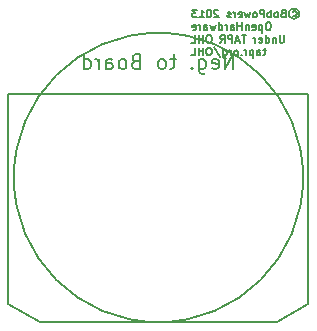
<source format=gbo>
G04 (created by PCBNEW (2013-mar-13)-testing) date Tue 15 Oct 2013 01:29:33 EST*
%MOIN*%
G04 Gerber Fmt 3.4, Leading zero omitted, Abs format*
%FSLAX34Y34*%
G01*
G70*
G90*
G04 APERTURE LIST*
%ADD10C,0.005906*%
%ADD11C,0.006398*%
G04 APERTURE END LIST*
G54D10*
G54D11*
X10443Y17220D02*
X10467Y17233D01*
X10516Y17233D01*
X10540Y17220D01*
X10565Y17196D01*
X10577Y17172D01*
X10577Y17123D01*
X10565Y17099D01*
X10540Y17074D01*
X10516Y17062D01*
X10467Y17062D01*
X10443Y17074D01*
X10491Y17318D02*
X10552Y17306D01*
X10613Y17269D01*
X10650Y17208D01*
X10662Y17147D01*
X10650Y17086D01*
X10613Y17025D01*
X10552Y16989D01*
X10491Y16977D01*
X10431Y16989D01*
X10370Y17025D01*
X10333Y17086D01*
X10321Y17147D01*
X10333Y17208D01*
X10370Y17269D01*
X10431Y17306D01*
X10491Y17318D01*
X10126Y17160D02*
X10089Y17147D01*
X10077Y17135D01*
X10065Y17111D01*
X10065Y17074D01*
X10077Y17050D01*
X10089Y17038D01*
X10114Y17025D01*
X10211Y17025D01*
X10211Y17281D01*
X10126Y17281D01*
X10101Y17269D01*
X10089Y17257D01*
X10077Y17233D01*
X10077Y17208D01*
X10089Y17184D01*
X10101Y17172D01*
X10126Y17160D01*
X10211Y17160D01*
X9919Y17025D02*
X9943Y17038D01*
X9955Y17050D01*
X9967Y17074D01*
X9967Y17147D01*
X9955Y17172D01*
X9943Y17184D01*
X9919Y17196D01*
X9882Y17196D01*
X9858Y17184D01*
X9846Y17172D01*
X9833Y17147D01*
X9833Y17074D01*
X9846Y17050D01*
X9858Y17038D01*
X9882Y17025D01*
X9919Y17025D01*
X9724Y17025D02*
X9724Y17281D01*
X9724Y17184D02*
X9699Y17196D01*
X9651Y17196D01*
X9626Y17184D01*
X9614Y17172D01*
X9602Y17147D01*
X9602Y17074D01*
X9614Y17050D01*
X9626Y17038D01*
X9651Y17025D01*
X9699Y17025D01*
X9724Y17038D01*
X9492Y17025D02*
X9492Y17281D01*
X9395Y17281D01*
X9370Y17269D01*
X9358Y17257D01*
X9346Y17233D01*
X9346Y17196D01*
X9358Y17172D01*
X9370Y17160D01*
X9395Y17147D01*
X9492Y17147D01*
X9200Y17025D02*
X9224Y17038D01*
X9236Y17050D01*
X9248Y17074D01*
X9248Y17147D01*
X9236Y17172D01*
X9224Y17184D01*
X9200Y17196D01*
X9163Y17196D01*
X9139Y17184D01*
X9127Y17172D01*
X9114Y17147D01*
X9114Y17074D01*
X9127Y17050D01*
X9139Y17038D01*
X9163Y17025D01*
X9200Y17025D01*
X9029Y17196D02*
X8980Y17025D01*
X8932Y17147D01*
X8883Y17025D01*
X8834Y17196D01*
X8639Y17038D02*
X8664Y17025D01*
X8712Y17025D01*
X8737Y17038D01*
X8749Y17062D01*
X8749Y17160D01*
X8737Y17184D01*
X8712Y17196D01*
X8664Y17196D01*
X8639Y17184D01*
X8627Y17160D01*
X8627Y17135D01*
X8749Y17111D01*
X8517Y17025D02*
X8517Y17196D01*
X8517Y17147D02*
X8505Y17172D01*
X8493Y17184D01*
X8469Y17196D01*
X8444Y17196D01*
X8371Y17038D02*
X8347Y17025D01*
X8298Y17025D01*
X8274Y17038D01*
X8261Y17062D01*
X8261Y17074D01*
X8274Y17099D01*
X8298Y17111D01*
X8335Y17111D01*
X8359Y17123D01*
X8371Y17147D01*
X8371Y17160D01*
X8359Y17184D01*
X8335Y17196D01*
X8298Y17196D01*
X8274Y17184D01*
X7969Y17257D02*
X7957Y17269D01*
X7932Y17281D01*
X7871Y17281D01*
X7847Y17269D01*
X7835Y17257D01*
X7823Y17233D01*
X7823Y17208D01*
X7835Y17172D01*
X7981Y17025D01*
X7823Y17025D01*
X7664Y17281D02*
X7640Y17281D01*
X7616Y17269D01*
X7603Y17257D01*
X7591Y17233D01*
X7579Y17184D01*
X7579Y17123D01*
X7591Y17074D01*
X7603Y17050D01*
X7616Y17038D01*
X7640Y17025D01*
X7664Y17025D01*
X7689Y17038D01*
X7701Y17050D01*
X7713Y17074D01*
X7725Y17123D01*
X7725Y17184D01*
X7713Y17233D01*
X7701Y17257D01*
X7689Y17269D01*
X7664Y17281D01*
X7335Y17025D02*
X7482Y17025D01*
X7408Y17025D02*
X7408Y17281D01*
X7433Y17245D01*
X7457Y17220D01*
X7482Y17208D01*
X7250Y17281D02*
X7092Y17281D01*
X7177Y17184D01*
X7140Y17184D01*
X7116Y17172D01*
X7104Y17160D01*
X7092Y17135D01*
X7092Y17074D01*
X7104Y17050D01*
X7116Y17038D01*
X7140Y17025D01*
X7213Y17025D01*
X7238Y17038D01*
X7250Y17050D01*
X9651Y16859D02*
X9602Y16859D01*
X9577Y16847D01*
X9553Y16823D01*
X9541Y16774D01*
X9541Y16689D01*
X9553Y16640D01*
X9577Y16615D01*
X9602Y16603D01*
X9651Y16603D01*
X9675Y16615D01*
X9699Y16640D01*
X9712Y16689D01*
X9712Y16774D01*
X9699Y16823D01*
X9675Y16847D01*
X9651Y16859D01*
X9431Y16774D02*
X9431Y16518D01*
X9431Y16762D02*
X9407Y16774D01*
X9358Y16774D01*
X9334Y16762D01*
X9322Y16749D01*
X9309Y16725D01*
X9309Y16652D01*
X9322Y16628D01*
X9334Y16615D01*
X9358Y16603D01*
X9407Y16603D01*
X9431Y16615D01*
X9102Y16615D02*
X9127Y16603D01*
X9175Y16603D01*
X9200Y16615D01*
X9212Y16640D01*
X9212Y16737D01*
X9200Y16762D01*
X9175Y16774D01*
X9127Y16774D01*
X9102Y16762D01*
X9090Y16737D01*
X9090Y16713D01*
X9212Y16689D01*
X8980Y16774D02*
X8980Y16603D01*
X8980Y16749D02*
X8968Y16762D01*
X8944Y16774D01*
X8907Y16774D01*
X8883Y16762D01*
X8871Y16737D01*
X8871Y16603D01*
X8749Y16603D02*
X8749Y16859D01*
X8749Y16737D02*
X8603Y16737D01*
X8603Y16603D02*
X8603Y16859D01*
X8371Y16603D02*
X8371Y16737D01*
X8383Y16762D01*
X8408Y16774D01*
X8456Y16774D01*
X8481Y16762D01*
X8371Y16615D02*
X8395Y16603D01*
X8456Y16603D01*
X8481Y16615D01*
X8493Y16640D01*
X8493Y16664D01*
X8481Y16689D01*
X8456Y16701D01*
X8395Y16701D01*
X8371Y16713D01*
X8249Y16603D02*
X8249Y16774D01*
X8249Y16725D02*
X8237Y16749D01*
X8225Y16762D01*
X8200Y16774D01*
X8176Y16774D01*
X7981Y16603D02*
X7981Y16859D01*
X7981Y16615D02*
X8005Y16603D01*
X8054Y16603D01*
X8079Y16615D01*
X8091Y16628D01*
X8103Y16652D01*
X8103Y16725D01*
X8091Y16749D01*
X8079Y16762D01*
X8054Y16774D01*
X8005Y16774D01*
X7981Y16762D01*
X7884Y16774D02*
X7835Y16603D01*
X7786Y16725D01*
X7737Y16603D01*
X7689Y16774D01*
X7482Y16603D02*
X7482Y16737D01*
X7494Y16762D01*
X7518Y16774D01*
X7567Y16774D01*
X7591Y16762D01*
X7482Y16615D02*
X7506Y16603D01*
X7567Y16603D01*
X7591Y16615D01*
X7603Y16640D01*
X7603Y16664D01*
X7591Y16689D01*
X7567Y16701D01*
X7506Y16701D01*
X7482Y16713D01*
X7360Y16603D02*
X7360Y16774D01*
X7360Y16725D02*
X7347Y16749D01*
X7335Y16762D01*
X7311Y16774D01*
X7287Y16774D01*
X7104Y16615D02*
X7128Y16603D01*
X7177Y16603D01*
X7201Y16615D01*
X7213Y16640D01*
X7213Y16737D01*
X7201Y16762D01*
X7177Y16774D01*
X7128Y16774D01*
X7104Y16762D01*
X7092Y16737D01*
X7092Y16713D01*
X7213Y16689D01*
X10150Y16437D02*
X10150Y16230D01*
X10138Y16205D01*
X10126Y16193D01*
X10101Y16181D01*
X10053Y16181D01*
X10028Y16193D01*
X10016Y16205D01*
X10004Y16230D01*
X10004Y16437D01*
X9882Y16352D02*
X9882Y16181D01*
X9882Y16327D02*
X9870Y16339D01*
X9846Y16352D01*
X9809Y16352D01*
X9785Y16339D01*
X9772Y16315D01*
X9772Y16181D01*
X9541Y16181D02*
X9541Y16437D01*
X9541Y16193D02*
X9565Y16181D01*
X9614Y16181D01*
X9638Y16193D01*
X9651Y16205D01*
X9663Y16230D01*
X9663Y16303D01*
X9651Y16327D01*
X9638Y16339D01*
X9614Y16352D01*
X9565Y16352D01*
X9541Y16339D01*
X9322Y16193D02*
X9346Y16181D01*
X9395Y16181D01*
X9419Y16193D01*
X9431Y16218D01*
X9431Y16315D01*
X9419Y16339D01*
X9395Y16352D01*
X9346Y16352D01*
X9322Y16339D01*
X9309Y16315D01*
X9309Y16291D01*
X9431Y16266D01*
X9200Y16181D02*
X9200Y16352D01*
X9200Y16303D02*
X9188Y16327D01*
X9175Y16339D01*
X9151Y16352D01*
X9127Y16352D01*
X8883Y16437D02*
X8737Y16437D01*
X8810Y16181D02*
X8810Y16437D01*
X8664Y16254D02*
X8542Y16254D01*
X8688Y16181D02*
X8603Y16437D01*
X8517Y16181D01*
X8432Y16181D02*
X8432Y16437D01*
X8335Y16437D01*
X8310Y16425D01*
X8298Y16413D01*
X8286Y16388D01*
X8286Y16352D01*
X8298Y16327D01*
X8310Y16315D01*
X8335Y16303D01*
X8432Y16303D01*
X8030Y16181D02*
X8115Y16303D01*
X8176Y16181D02*
X8176Y16437D01*
X8079Y16437D01*
X8054Y16425D01*
X8042Y16413D01*
X8030Y16388D01*
X8030Y16352D01*
X8042Y16327D01*
X8054Y16315D01*
X8079Y16303D01*
X8176Y16303D01*
X7676Y16437D02*
X7628Y16437D01*
X7603Y16425D01*
X7579Y16400D01*
X7567Y16352D01*
X7567Y16266D01*
X7579Y16218D01*
X7603Y16193D01*
X7628Y16181D01*
X7676Y16181D01*
X7701Y16193D01*
X7725Y16218D01*
X7737Y16266D01*
X7737Y16352D01*
X7725Y16400D01*
X7701Y16425D01*
X7676Y16437D01*
X7457Y16181D02*
X7457Y16437D01*
X7457Y16315D02*
X7311Y16315D01*
X7311Y16181D02*
X7311Y16437D01*
X7067Y16181D02*
X7189Y16181D01*
X7189Y16437D01*
X9541Y15929D02*
X9443Y15929D01*
X9504Y16015D02*
X9504Y15795D01*
X9492Y15771D01*
X9468Y15759D01*
X9443Y15759D01*
X9248Y15759D02*
X9248Y15893D01*
X9261Y15917D01*
X9285Y15929D01*
X9334Y15929D01*
X9358Y15917D01*
X9248Y15771D02*
X9273Y15759D01*
X9334Y15759D01*
X9358Y15771D01*
X9370Y15795D01*
X9370Y15820D01*
X9358Y15844D01*
X9334Y15856D01*
X9273Y15856D01*
X9248Y15868D01*
X9127Y15929D02*
X9127Y15673D01*
X9127Y15917D02*
X9102Y15929D01*
X9053Y15929D01*
X9029Y15917D01*
X9017Y15905D01*
X9005Y15881D01*
X9005Y15807D01*
X9017Y15783D01*
X9029Y15771D01*
X9053Y15759D01*
X9102Y15759D01*
X9127Y15771D01*
X8895Y15759D02*
X8895Y15929D01*
X8895Y15881D02*
X8883Y15905D01*
X8871Y15917D01*
X8846Y15929D01*
X8822Y15929D01*
X8737Y15783D02*
X8724Y15771D01*
X8737Y15759D01*
X8749Y15771D01*
X8737Y15783D01*
X8737Y15759D01*
X8578Y15759D02*
X8603Y15771D01*
X8615Y15783D01*
X8627Y15807D01*
X8627Y15881D01*
X8615Y15905D01*
X8603Y15917D01*
X8578Y15929D01*
X8542Y15929D01*
X8517Y15917D01*
X8505Y15905D01*
X8493Y15881D01*
X8493Y15807D01*
X8505Y15783D01*
X8517Y15771D01*
X8542Y15759D01*
X8578Y15759D01*
X8383Y15759D02*
X8383Y15929D01*
X8383Y15881D02*
X8371Y15905D01*
X8359Y15917D01*
X8335Y15929D01*
X8310Y15929D01*
X8115Y15929D02*
X8115Y15722D01*
X8127Y15698D01*
X8140Y15686D01*
X8164Y15673D01*
X8200Y15673D01*
X8225Y15686D01*
X8115Y15771D02*
X8140Y15759D01*
X8188Y15759D01*
X8213Y15771D01*
X8225Y15783D01*
X8237Y15807D01*
X8237Y15881D01*
X8225Y15905D01*
X8213Y15917D01*
X8188Y15929D01*
X8140Y15929D01*
X8115Y15917D01*
X7811Y16027D02*
X8030Y15698D01*
X7676Y16015D02*
X7628Y16015D01*
X7603Y16002D01*
X7579Y15978D01*
X7567Y15929D01*
X7567Y15844D01*
X7579Y15795D01*
X7603Y15771D01*
X7628Y15759D01*
X7676Y15759D01*
X7701Y15771D01*
X7725Y15795D01*
X7737Y15844D01*
X7737Y15929D01*
X7725Y15978D01*
X7701Y16002D01*
X7676Y16015D01*
X7457Y15759D02*
X7457Y16015D01*
X7457Y15893D02*
X7311Y15893D01*
X7311Y15759D02*
X7311Y16015D01*
X7067Y15759D02*
X7189Y15759D01*
X7189Y16015D01*
G54D10*
X10968Y14462D02*
X10968Y7474D01*
X968Y14462D02*
X968Y7474D01*
X9905Y6864D02*
X2031Y6864D01*
X9905Y6864D02*
X10968Y7474D01*
X2031Y6864D02*
X968Y7474D01*
X10791Y11687D02*
G75*
G03X10791Y11687I-4822J0D01*
G74*
G01*
X968Y14462D02*
X10968Y14462D01*
X10968Y14462D02*
X10968Y10663D01*
X8464Y15303D02*
X8464Y15795D01*
X8183Y15303D01*
X8183Y15795D01*
X7761Y15326D02*
X7808Y15303D01*
X7901Y15303D01*
X7948Y15326D01*
X7972Y15373D01*
X7972Y15561D01*
X7948Y15608D01*
X7901Y15631D01*
X7808Y15631D01*
X7761Y15608D01*
X7737Y15561D01*
X7737Y15514D01*
X7972Y15467D01*
X7315Y15631D02*
X7315Y15233D01*
X7339Y15186D01*
X7362Y15162D01*
X7409Y15139D01*
X7480Y15139D01*
X7526Y15162D01*
X7315Y15326D02*
X7362Y15303D01*
X7456Y15303D01*
X7503Y15326D01*
X7526Y15350D01*
X7550Y15397D01*
X7550Y15537D01*
X7526Y15584D01*
X7503Y15608D01*
X7456Y15631D01*
X7362Y15631D01*
X7315Y15608D01*
X7081Y15350D02*
X7058Y15326D01*
X7081Y15303D01*
X7105Y15326D01*
X7081Y15350D01*
X7081Y15303D01*
X6542Y15631D02*
X6355Y15631D01*
X6472Y15795D02*
X6472Y15373D01*
X6448Y15326D01*
X6402Y15303D01*
X6355Y15303D01*
X6120Y15303D02*
X6167Y15326D01*
X6191Y15350D01*
X6214Y15397D01*
X6214Y15537D01*
X6191Y15584D01*
X6167Y15608D01*
X6120Y15631D01*
X6050Y15631D01*
X6003Y15608D01*
X5980Y15584D01*
X5956Y15537D01*
X5956Y15397D01*
X5980Y15350D01*
X6003Y15326D01*
X6050Y15303D01*
X6120Y15303D01*
X5206Y15561D02*
X5136Y15537D01*
X5113Y15514D01*
X5089Y15467D01*
X5089Y15397D01*
X5113Y15350D01*
X5136Y15326D01*
X5183Y15303D01*
X5370Y15303D01*
X5370Y15795D01*
X5206Y15795D01*
X5160Y15772D01*
X5136Y15748D01*
X5113Y15701D01*
X5113Y15654D01*
X5136Y15608D01*
X5160Y15584D01*
X5206Y15561D01*
X5370Y15561D01*
X4808Y15303D02*
X4855Y15326D01*
X4878Y15350D01*
X4902Y15397D01*
X4902Y15537D01*
X4878Y15584D01*
X4855Y15608D01*
X4808Y15631D01*
X4738Y15631D01*
X4691Y15608D01*
X4667Y15584D01*
X4644Y15537D01*
X4644Y15397D01*
X4667Y15350D01*
X4691Y15326D01*
X4738Y15303D01*
X4808Y15303D01*
X4222Y15303D02*
X4222Y15561D01*
X4246Y15608D01*
X4292Y15631D01*
X4386Y15631D01*
X4433Y15608D01*
X4222Y15326D02*
X4269Y15303D01*
X4386Y15303D01*
X4433Y15326D01*
X4456Y15373D01*
X4456Y15420D01*
X4433Y15467D01*
X4386Y15490D01*
X4269Y15490D01*
X4222Y15514D01*
X3988Y15303D02*
X3988Y15631D01*
X3988Y15537D02*
X3964Y15584D01*
X3941Y15608D01*
X3894Y15631D01*
X3847Y15631D01*
X3472Y15303D02*
X3472Y15795D01*
X3472Y15326D02*
X3519Y15303D01*
X3613Y15303D01*
X3660Y15326D01*
X3683Y15350D01*
X3707Y15397D01*
X3707Y15537D01*
X3683Y15584D01*
X3660Y15608D01*
X3613Y15631D01*
X3519Y15631D01*
X3472Y15608D01*
M02*

</source>
